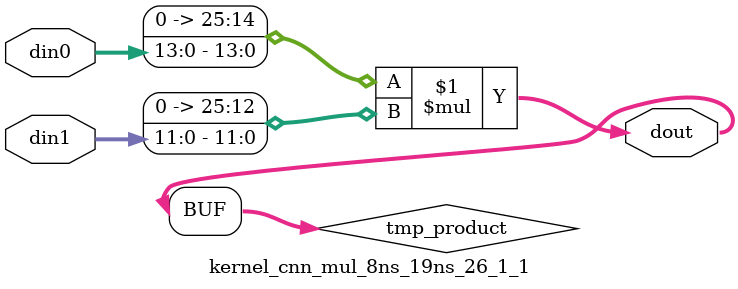
<source format=v>

`timescale 1 ns / 1 ps

  module kernel_cnn_mul_8ns_19ns_26_1_1(din0, din1, dout);
parameter ID = 1;
parameter NUM_STAGE = 0;
parameter din0_WIDTH = 14;
parameter din1_WIDTH = 12;
parameter dout_WIDTH = 26;

input [din0_WIDTH - 1 : 0] din0; 
input [din1_WIDTH - 1 : 0] din1; 
output [dout_WIDTH - 1 : 0] dout;

wire signed [dout_WIDTH - 1 : 0] tmp_product;










assign tmp_product = $signed({1'b0, din0}) * $signed({1'b0, din1});











assign dout = tmp_product;







endmodule

</source>
